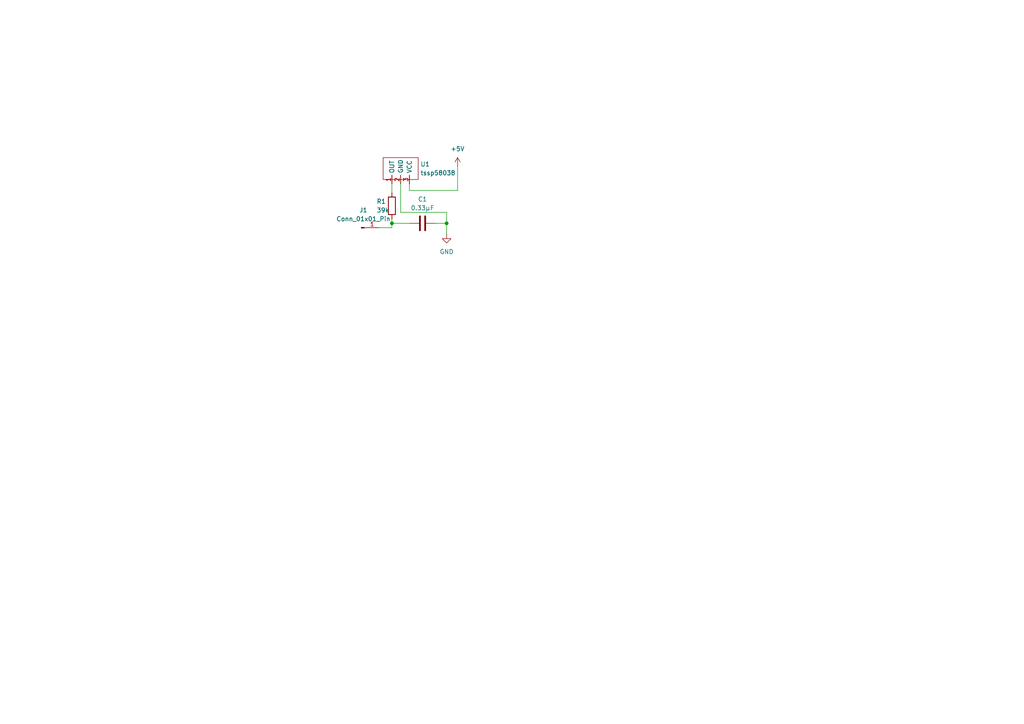
<source format=kicad_sch>
(kicad_sch (version 20230121) (generator eeschema)

  (uuid a1cb700b-7a68-4cd1-9191-1456fdf04bc1)

  (paper "A4")

  (lib_symbols
    (symbol "Connector:Conn_01x01_Pin" (pin_names (offset 1.016) hide) (in_bom yes) (on_board yes)
      (property "Reference" "J" (at 0 2.54 0)
        (effects (font (size 1.27 1.27)))
      )
      (property "Value" "Conn_01x01_Pin" (at 0 -2.54 0)
        (effects (font (size 1.27 1.27)))
      )
      (property "Footprint" "" (at 0 0 0)
        (effects (font (size 1.27 1.27)) hide)
      )
      (property "Datasheet" "~" (at 0 0 0)
        (effects (font (size 1.27 1.27)) hide)
      )
      (property "ki_locked" "" (at 0 0 0)
        (effects (font (size 1.27 1.27)))
      )
      (property "ki_keywords" "connector" (at 0 0 0)
        (effects (font (size 1.27 1.27)) hide)
      )
      (property "ki_description" "Generic connector, single row, 01x01, script generated" (at 0 0 0)
        (effects (font (size 1.27 1.27)) hide)
      )
      (property "ki_fp_filters" "Connector*:*_1x??_*" (at 0 0 0)
        (effects (font (size 1.27 1.27)) hide)
      )
      (symbol "Conn_01x01_Pin_1_1"
        (polyline
          (pts
            (xy 1.27 0)
            (xy 0.8636 0)
          )
          (stroke (width 0.1524) (type default))
          (fill (type none))
        )
        (rectangle (start 0.8636 0.127) (end 0 -0.127)
          (stroke (width 0.1524) (type default))
          (fill (type outline))
        )
        (pin passive line (at 5.08 0 180) (length 3.81)
          (name "Pin_1" (effects (font (size 1.27 1.27))))
          (number "1" (effects (font (size 1.27 1.27))))
        )
      )
    )
    (symbol "Device:C" (pin_numbers hide) (pin_names (offset 0.254)) (in_bom yes) (on_board yes)
      (property "Reference" "C" (at 0.635 2.54 0)
        (effects (font (size 1.27 1.27)) (justify left))
      )
      (property "Value" "C" (at 0.635 -2.54 0)
        (effects (font (size 1.27 1.27)) (justify left))
      )
      (property "Footprint" "" (at 0.9652 -3.81 0)
        (effects (font (size 1.27 1.27)) hide)
      )
      (property "Datasheet" "~" (at 0 0 0)
        (effects (font (size 1.27 1.27)) hide)
      )
      (property "ki_keywords" "cap capacitor" (at 0 0 0)
        (effects (font (size 1.27 1.27)) hide)
      )
      (property "ki_description" "Unpolarized capacitor" (at 0 0 0)
        (effects (font (size 1.27 1.27)) hide)
      )
      (property "ki_fp_filters" "C_*" (at 0 0 0)
        (effects (font (size 1.27 1.27)) hide)
      )
      (symbol "C_0_1"
        (polyline
          (pts
            (xy -2.032 -0.762)
            (xy 2.032 -0.762)
          )
          (stroke (width 0.508) (type default))
          (fill (type none))
        )
        (polyline
          (pts
            (xy -2.032 0.762)
            (xy 2.032 0.762)
          )
          (stroke (width 0.508) (type default))
          (fill (type none))
        )
      )
      (symbol "C_1_1"
        (pin passive line (at 0 3.81 270) (length 2.794)
          (name "~" (effects (font (size 1.27 1.27))))
          (number "1" (effects (font (size 1.27 1.27))))
        )
        (pin passive line (at 0 -3.81 90) (length 2.794)
          (name "~" (effects (font (size 1.27 1.27))))
          (number "2" (effects (font (size 1.27 1.27))))
        )
      )
    )
    (symbol "Device:R" (pin_numbers hide) (pin_names (offset 0)) (in_bom yes) (on_board yes)
      (property "Reference" "R" (at 2.032 0 90)
        (effects (font (size 1.27 1.27)))
      )
      (property "Value" "R" (at 0 0 90)
        (effects (font (size 1.27 1.27)))
      )
      (property "Footprint" "" (at -1.778 0 90)
        (effects (font (size 1.27 1.27)) hide)
      )
      (property "Datasheet" "~" (at 0 0 0)
        (effects (font (size 1.27 1.27)) hide)
      )
      (property "ki_keywords" "R res resistor" (at 0 0 0)
        (effects (font (size 1.27 1.27)) hide)
      )
      (property "ki_description" "Resistor" (at 0 0 0)
        (effects (font (size 1.27 1.27)) hide)
      )
      (property "ki_fp_filters" "R_*" (at 0 0 0)
        (effects (font (size 1.27 1.27)) hide)
      )
      (symbol "R_0_1"
        (rectangle (start -1.016 -2.54) (end 1.016 2.54)
          (stroke (width 0.254) (type default))
          (fill (type none))
        )
      )
      (symbol "R_1_1"
        (pin passive line (at 0 3.81 270) (length 1.27)
          (name "~" (effects (font (size 1.27 1.27))))
          (number "1" (effects (font (size 1.27 1.27))))
        )
        (pin passive line (at 0 -3.81 90) (length 1.27)
          (name "~" (effects (font (size 1.27 1.27))))
          (number "2" (effects (font (size 1.27 1.27))))
        )
      )
    )
    (symbol "power:+5V" (power) (pin_names (offset 0)) (in_bom yes) (on_board yes)
      (property "Reference" "#PWR" (at 0 -3.81 0)
        (effects (font (size 1.27 1.27)) hide)
      )
      (property "Value" "+5V" (at 0 3.556 0)
        (effects (font (size 1.27 1.27)))
      )
      (property "Footprint" "" (at 0 0 0)
        (effects (font (size 1.27 1.27)) hide)
      )
      (property "Datasheet" "" (at 0 0 0)
        (effects (font (size 1.27 1.27)) hide)
      )
      (property "ki_keywords" "global power" (at 0 0 0)
        (effects (font (size 1.27 1.27)) hide)
      )
      (property "ki_description" "Power symbol creates a global label with name \"+5V\"" (at 0 0 0)
        (effects (font (size 1.27 1.27)) hide)
      )
      (symbol "+5V_0_1"
        (polyline
          (pts
            (xy -0.762 1.27)
            (xy 0 2.54)
          )
          (stroke (width 0) (type default))
          (fill (type none))
        )
        (polyline
          (pts
            (xy 0 0)
            (xy 0 2.54)
          )
          (stroke (width 0) (type default))
          (fill (type none))
        )
        (polyline
          (pts
            (xy 0 2.54)
            (xy 0.762 1.27)
          )
          (stroke (width 0) (type default))
          (fill (type none))
        )
      )
      (symbol "+5V_1_1"
        (pin power_in line (at 0 0 90) (length 0) hide
          (name "+5V" (effects (font (size 1.27 1.27))))
          (number "1" (effects (font (size 1.27 1.27))))
        )
      )
    )
    (symbol "power:GND" (power) (pin_names (offset 0)) (in_bom yes) (on_board yes)
      (property "Reference" "#PWR" (at 0 -6.35 0)
        (effects (font (size 1.27 1.27)) hide)
      )
      (property "Value" "GND" (at 0 -3.81 0)
        (effects (font (size 1.27 1.27)))
      )
      (property "Footprint" "" (at 0 0 0)
        (effects (font (size 1.27 1.27)) hide)
      )
      (property "Datasheet" "" (at 0 0 0)
        (effects (font (size 1.27 1.27)) hide)
      )
      (property "ki_keywords" "global power" (at 0 0 0)
        (effects (font (size 1.27 1.27)) hide)
      )
      (property "ki_description" "Power symbol creates a global label with name \"GND\" , ground" (at 0 0 0)
        (effects (font (size 1.27 1.27)) hide)
      )
      (symbol "GND_0_1"
        (polyline
          (pts
            (xy 0 0)
            (xy 0 -1.27)
            (xy 1.27 -1.27)
            (xy 0 -2.54)
            (xy -1.27 -1.27)
            (xy 0 -1.27)
          )
          (stroke (width 0) (type default))
          (fill (type none))
        )
      )
      (symbol "GND_1_1"
        (pin power_in line (at 0 0 270) (length 0) hide
          (name "GND" (effects (font (size 1.27 1.27))))
          (number "1" (effects (font (size 1.27 1.27))))
        )
      )
    )
    (symbol "sunpare2023:tssp58038" (in_bom yes) (on_board yes)
      (property "Reference" "U" (at 0 3.175 0)
        (effects (font (size 1.27 1.27)))
      )
      (property "Value" "tssp58038" (at 0 1.27 0)
        (effects (font (size 1.27 1.27)))
      )
      (property "Footprint" "" (at 0 0 0)
        (effects (font (size 1.27 1.27)) hide)
      )
      (property "Datasheet" "" (at 0 0 0)
        (effects (font (size 1.27 1.27)) hide)
      )
      (symbol "tssp58038_0_1"
        (rectangle (start -5.08 0) (end 5.08 -6.35)
          (stroke (width 0) (type default))
          (fill (type none))
        )
      )
      (symbol "tssp58038_1_1"
        (pin passive line (at -2.54 -7.62 90) (length 2.54)
          (name "OUT" (effects (font (size 1.27 1.27))))
          (number "1" (effects (font (size 1.27 1.27))))
        )
        (pin passive line (at 0 -7.62 90) (length 2.54)
          (name "GND" (effects (font (size 1.27 1.27))))
          (number "2" (effects (font (size 1.27 1.27))))
        )
        (pin passive line (at 2.54 -7.62 90) (length 2.54)
          (name "VCC" (effects (font (size 1.27 1.27))))
          (number "3" (effects (font (size 1.27 1.27))))
        )
      )
    )
  )

  (junction (at 129.54 64.77) (diameter 0) (color 0 0 0 0)
    (uuid 5dec86bd-2884-4977-925c-560e202c6555)
  )
  (junction (at 113.665 64.77) (diameter 0) (color 0 0 0 0)
    (uuid fd149b92-2542-4656-9fbc-f5b945ff2701)
  )

  (wire (pts (xy 113.665 64.77) (xy 113.665 66.04))
    (stroke (width 0) (type default))
    (uuid 0cab4d37-6e5a-4e5e-9c7e-3562e6fee0e8)
  )
  (wire (pts (xy 116.205 53.34) (xy 116.205 61.595))
    (stroke (width 0) (type default))
    (uuid 0d378d1e-1206-406f-ac4b-4b28e3bd78ca)
  )
  (wire (pts (xy 126.365 64.77) (xy 129.54 64.77))
    (stroke (width 0) (type default))
    (uuid 18407450-7ad6-4bea-a4a2-c1023516f471)
  )
  (wire (pts (xy 118.745 55.245) (xy 132.715 55.245))
    (stroke (width 0) (type default))
    (uuid 202cd79a-000e-4218-8768-81edc483cf8a)
  )
  (wire (pts (xy 113.665 53.34) (xy 113.665 55.88))
    (stroke (width 0) (type default))
    (uuid 2ad402b1-def6-4e6e-8180-a52afd08875c)
  )
  (wire (pts (xy 116.205 61.595) (xy 129.54 61.595))
    (stroke (width 0) (type default))
    (uuid 400173dd-84a6-427f-880b-043936855b2e)
  )
  (wire (pts (xy 118.745 53.34) (xy 118.745 55.245))
    (stroke (width 0) (type default))
    (uuid 42906b9e-85c2-4a8c-a351-54fdc2d831ad)
  )
  (wire (pts (xy 113.665 64.77) (xy 118.745 64.77))
    (stroke (width 0) (type default))
    (uuid 4aafbdb3-dbe5-49e7-be24-809874792e62)
  )
  (wire (pts (xy 129.54 64.77) (xy 129.54 67.945))
    (stroke (width 0) (type default))
    (uuid 4d1c08bd-5594-4716-98aa-918e43007f19)
  )
  (wire (pts (xy 132.715 55.245) (xy 132.715 48.26))
    (stroke (width 0) (type default))
    (uuid 5368955e-4b8f-4a18-b5c9-b43d626d0085)
  )
  (wire (pts (xy 129.54 61.595) (xy 129.54 64.77))
    (stroke (width 0) (type default))
    (uuid 939dc529-9e34-4140-9e32-c99ee16bda1b)
  )
  (wire (pts (xy 109.855 66.04) (xy 113.665 66.04))
    (stroke (width 0) (type default))
    (uuid 94ad4d11-b32d-41c2-b1af-3f41a12f310d)
  )
  (wire (pts (xy 113.665 63.5) (xy 113.665 64.77))
    (stroke (width 0) (type default))
    (uuid 9819fe35-0e2d-40e7-b258-0f5306ffb7e9)
  )

  (symbol (lib_id "power:GND") (at 129.54 67.945 0) (unit 1)
    (in_bom yes) (on_board yes) (dnp no) (fields_autoplaced)
    (uuid 0613fea0-7c74-46a4-99bd-403b5e092f69)
    (property "Reference" "#PWR02" (at 129.54 74.295 0)
      (effects (font (size 1.27 1.27)) hide)
    )
    (property "Value" "GND" (at 129.54 73.025 0)
      (effects (font (size 1.27 1.27)))
    )
    (property "Footprint" "" (at 129.54 67.945 0)
      (effects (font (size 1.27 1.27)) hide)
    )
    (property "Datasheet" "" (at 129.54 67.945 0)
      (effects (font (size 1.27 1.27)) hide)
    )
    (pin "1" (uuid bf13b7c0-bab8-4b03-a04a-4d660acf200f))
    (instances
      (project "ball-unit"
        (path "/590e44b9-b759-4811-9ad9-560670ed4ec8"
          (reference "#PWR02") (unit 1)
        )
      )
      (project "ball-catch-left-unit"
        (path "/79da40a8-4e5b-4850-82ff-032da9f417c6"
          (reference "#PWR01") (unit 1)
        )
      )
      (project "ball-catch-right-unit"
        (path "/a1cb700b-7a68-4cd1-9191-1456fdf04bc1"
          (reference "#PWR01") (unit 1)
        )
      )
    )
  )

  (symbol (lib_id "power:+5V") (at 132.715 48.26 0) (unit 1)
    (in_bom yes) (on_board yes) (dnp no) (fields_autoplaced)
    (uuid 0cd6ffe6-0c6e-4348-837a-ff443bb6d5a6)
    (property "Reference" "#PWR02" (at 132.715 52.07 0)
      (effects (font (size 1.27 1.27)) hide)
    )
    (property "Value" "+5V" (at 132.715 43.18 0)
      (effects (font (size 1.27 1.27)))
    )
    (property "Footprint" "" (at 132.715 48.26 0)
      (effects (font (size 1.27 1.27)) hide)
    )
    (property "Datasheet" "" (at 132.715 48.26 0)
      (effects (font (size 1.27 1.27)) hide)
    )
    (pin "1" (uuid 7820b1e7-ac92-484b-aab1-842ee3a495ce))
    (instances
      (project "ball-catch-left-unit"
        (path "/79da40a8-4e5b-4850-82ff-032da9f417c6"
          (reference "#PWR02") (unit 1)
        )
      )
      (project "ball-catch-right-unit"
        (path "/a1cb700b-7a68-4cd1-9191-1456fdf04bc1"
          (reference "#PWR02") (unit 1)
        )
      )
    )
  )

  (symbol (lib_id "Device:C") (at 122.555 64.77 90) (unit 1)
    (in_bom yes) (on_board yes) (dnp no) (fields_autoplaced)
    (uuid 58176181-a476-4efc-ad0b-c490e8d10f9c)
    (property "Reference" "C1" (at 122.555 57.785 90)
      (effects (font (size 1.27 1.27)))
    )
    (property "Value" "0.33μF" (at 122.555 60.325 90)
      (effects (font (size 1.27 1.27)))
    )
    (property "Footprint" "Capacitor_SMD:C_0603_1608Metric_Pad1.08x0.95mm_HandSolder" (at 126.365 63.8048 0)
      (effects (font (size 1.27 1.27)) hide)
    )
    (property "Datasheet" "~" (at 122.555 64.77 0)
      (effects (font (size 1.27 1.27)) hide)
    )
    (pin "1" (uuid 06ef0f48-a6e8-48f2-8f0f-655eacbe7807))
    (pin "2" (uuid fa50045f-00a7-45cc-b146-13bba76750c1))
    (instances
      (project "ball-unit"
        (path "/590e44b9-b759-4811-9ad9-560670ed4ec8"
          (reference "C1") (unit 1)
        )
      )
      (project "ball-catch-left-unit"
        (path "/79da40a8-4e5b-4850-82ff-032da9f417c6"
          (reference "C1") (unit 1)
        )
      )
      (project "ball-catch-right-unit"
        (path "/a1cb700b-7a68-4cd1-9191-1456fdf04bc1"
          (reference "C1") (unit 1)
        )
      )
    )
  )

  (symbol (lib_id "Device:R") (at 113.665 59.69 180) (unit 1)
    (in_bom yes) (on_board yes) (dnp no)
    (uuid 876d14d7-36d5-4acd-bbbc-5ccc245675a8)
    (property "Reference" "R1" (at 109.22 58.42 0)
      (effects (font (size 1.27 1.27)) (justify right))
    )
    (property "Value" "39k" (at 109.22 60.96 0)
      (effects (font (size 1.27 1.27)) (justify right))
    )
    (property "Footprint" "Resistor_SMD:R_0603_1608Metric_Pad0.98x0.95mm_HandSolder" (at 115.443 59.69 90)
      (effects (font (size 1.27 1.27)) hide)
    )
    (property "Datasheet" "~" (at 113.665 59.69 0)
      (effects (font (size 1.27 1.27)) hide)
    )
    (pin "1" (uuid 3be22cd2-a380-49c6-84a9-a2638faf929e))
    (pin "2" (uuid 2790b47e-31e2-483b-b61e-b47ff552c13e))
    (instances
      (project "ball-unit"
        (path "/590e44b9-b759-4811-9ad9-560670ed4ec8"
          (reference "R1") (unit 1)
        )
      )
      (project "ball-catch-left-unit"
        (path "/79da40a8-4e5b-4850-82ff-032da9f417c6"
          (reference "R1") (unit 1)
        )
      )
      (project "ball-catch-right-unit"
        (path "/a1cb700b-7a68-4cd1-9191-1456fdf04bc1"
          (reference "R1") (unit 1)
        )
      )
    )
  )

  (symbol (lib_id "sunpare2023:tssp58038") (at 116.205 45.72 0) (unit 1)
    (in_bom yes) (on_board yes) (dnp no) (fields_autoplaced)
    (uuid e7ef5a9c-16ca-463b-b812-31c557f45745)
    (property "Reference" "U1" (at 121.92 47.625 0)
      (effects (font (size 1.27 1.27)) (justify left))
    )
    (property "Value" "tssp58038" (at 121.92 50.165 0)
      (effects (font (size 1.27 1.27)) (justify left))
    )
    (property "Footprint" "@3pare:tssp58038" (at 116.205 45.72 0)
      (effects (font (size 1.27 1.27)) hide)
    )
    (property "Datasheet" "" (at 116.205 45.72 0)
      (effects (font (size 1.27 1.27)) hide)
    )
    (pin "1" (uuid 5d82e36d-b7fd-4416-9c06-5a04dabaa58f))
    (pin "2" (uuid 01536872-d881-4ed2-99e5-c8ae35981be6))
    (pin "3" (uuid 08033de3-8fb7-4eac-9968-4c0db5d96d28))
    (instances
      (project "ball-unit"
        (path "/590e44b9-b759-4811-9ad9-560670ed4ec8"
          (reference "U1") (unit 1)
        )
      )
      (project "ball-catch-left-unit"
        (path "/79da40a8-4e5b-4850-82ff-032da9f417c6"
          (reference "U1") (unit 1)
        )
      )
      (project "ball-catch-right-unit"
        (path "/a1cb700b-7a68-4cd1-9191-1456fdf04bc1"
          (reference "U1") (unit 1)
        )
      )
    )
  )

  (symbol (lib_id "Connector:Conn_01x01_Pin") (at 104.775 66.04 0) (unit 1)
    (in_bom yes) (on_board yes) (dnp no) (fields_autoplaced)
    (uuid e9e2e133-ba80-46d3-b4fb-593dc206d5ce)
    (property "Reference" "J1" (at 105.41 60.96 0)
      (effects (font (size 1.27 1.27)))
    )
    (property "Value" "Conn_01x01_Pin" (at 105.41 63.5 0)
      (effects (font (size 1.27 1.27)))
    )
    (property "Footprint" "@3pare:1-pin" (at 104.775 66.04 0)
      (effects (font (size 1.27 1.27)) hide)
    )
    (property "Datasheet" "~" (at 104.775 66.04 0)
      (effects (font (size 1.27 1.27)) hide)
    )
    (pin "1" (uuid cb1379b2-85c4-4c0e-98b0-a4762e3b0a01))
    (instances
      (project "ball-catch-left-unit"
        (path "/79da40a8-4e5b-4850-82ff-032da9f417c6"
          (reference "J1") (unit 1)
        )
      )
      (project "ball-catch-right-unit"
        (path "/a1cb700b-7a68-4cd1-9191-1456fdf04bc1"
          (reference "J1") (unit 1)
        )
      )
    )
  )

  (sheet_instances
    (path "/" (page "1"))
  )
)

</source>
